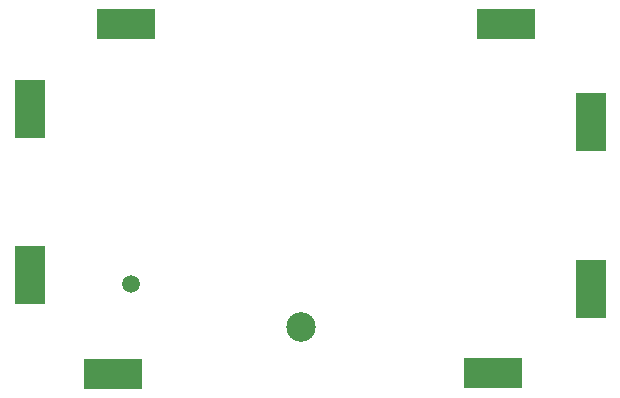
<source format=gbr>
%TF.GenerationSoftware,KiCad,Pcbnew,5.1.6-c6e7f7d~86~ubuntu18.04.1*%
%TF.CreationDate,2020-05-16T18:56:39+02:00*%
%TF.ProjectId,slimme-meter-tra,736c696d-6d65-42d6-9d65-7465722d7472,rev?*%
%TF.SameCoordinates,Original*%
%TF.FileFunction,Soldermask,Bot*%
%TF.FilePolarity,Negative*%
%FSLAX46Y46*%
G04 Gerber Fmt 4.6, Leading zero omitted, Abs format (unit mm)*
G04 Created by KiCad (PCBNEW 5.1.6-c6e7f7d~86~ubuntu18.04.1) date 2020-05-16 18:56:39*
%MOMM*%
%LPD*%
G01*
G04 APERTURE LIST*
%ADD10R,2.500000X5.000000*%
%ADD11R,5.000000X2.500000*%
%ADD12C,1.500000*%
%ADD13C,2.500000*%
G04 APERTURE END LIST*
D10*
X126900000Y-65800000D03*
X126900000Y-79800000D03*
D11*
X134000000Y-88200000D03*
X166100000Y-88100000D03*
D10*
X174400000Y-81000000D03*
X174400000Y-66900000D03*
D11*
X167200000Y-58600000D03*
X135100000Y-58600000D03*
D12*
X135500000Y-80600000D03*
D13*
X149900000Y-84200000D03*
M02*

</source>
